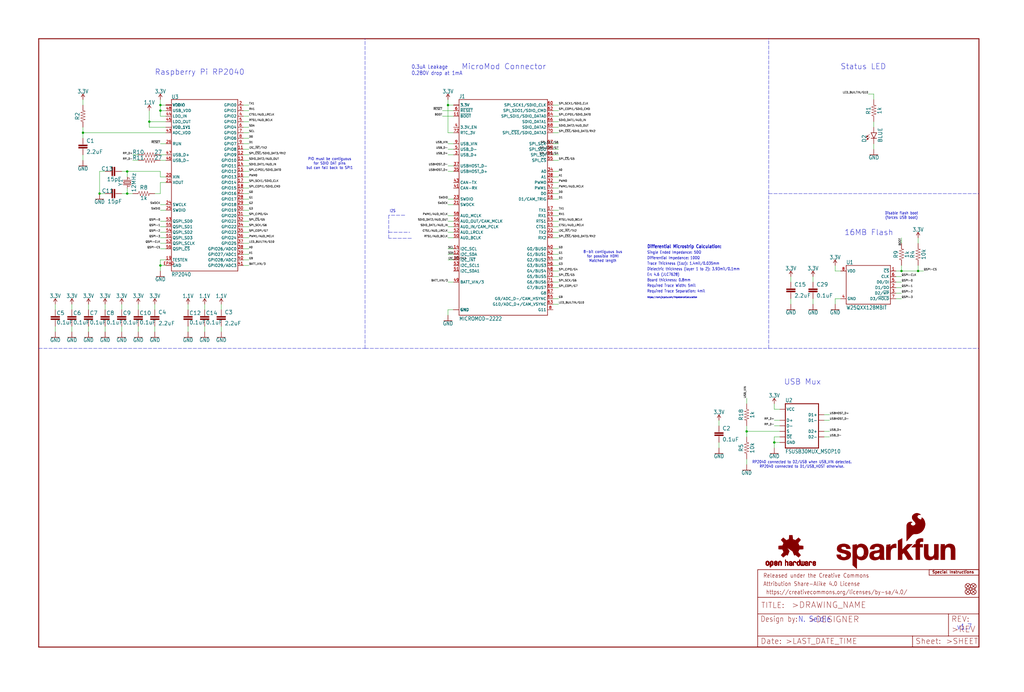
<source format=kicad_sch>
(kicad_sch (version 20211123) (generator eeschema)
  (paper "User" 470.306 317.906)
  (lib_symbols
    (symbol "eagleSchem-eagle-import:0.1UF-0402T-6.3V-10%-X7R"
      (property "Reference" "C" (at 1.524 2.921 0))
      (property "Value" "0.1UF-0402T-6.3V-10%-X7R" (at 1.524 -2.159 0))
      (symbol "0.1UF-0402T-6.3V-10%-X7R_1_0"
        (pin passive line (at 0 5.08 270) (length 2.54) (name "1") (number "1"))
        (pin passive line (at 0 -2.54 90) (length 2.54) (name "2") (number "2"))
      )
    )
    (symbol "eagleSchem-eagle-import:1.1V" (power)
      (property "Value" "1.1V" (at 0 2.794 0))
      (symbol "1.1V_1_0"
        (pin power_in line (at 0 0 90) (length 2.54) (name "1.1V") (number "1"))
      )
    )
    (symbol "eagleSchem-eagle-import:10KOHM-0402T-1{slash}16W-1%"
      (property "Reference" "R" (at 0 1.524 0))
      (property "Value" "10KOHM-0402T-1{slash}16W-1%" (at 0 -1.524 0))
      (symbol "10KOHM-0402T-1{slash}16W-1%_1_0"
        (pin passive line (at -5.08 0 0) (length 2.54) (name "1") (number "1"))
        (pin passive line (at 5.08 0 180) (length 2.54) (name "2") (number "2"))
      )
    )
    (symbol "eagleSchem-eagle-import:15PF-0402T-50V-5%"
      (property "Reference" "C" (at 1.524 2.921 0))
      (property "Value" "15PF-0402T-50V-5%" (at 1.524 -2.159 0))
      (symbol "15PF-0402T-50V-5%_1_0"
        (pin passive line (at 0 5.08 270) (length 2.54) (name "1") (number "1"))
        (pin passive line (at 0 -2.54 90) (length 2.54) (name "2") (number "2"))
      )
    )
    (symbol "eagleSchem-eagle-import:1KOHM-0402T-1{slash}16W-1%"
      (property "Reference" "R" (at 0 1.524 0))
      (property "Value" "1KOHM-0402T-1{slash}16W-1%" (at 0 -1.524 0))
      (symbol "1KOHM-0402T-1{slash}16W-1%_1_0"
        (pin passive line (at -5.08 0 0) (length 2.54) (name "1") (number "1"))
        (pin passive line (at 5.08 0 180) (length 2.54) (name "2") (number "2"))
      )
    )
    (symbol "eagleSchem-eagle-import:2.2UF-0402_TIGHT-10V-10%-X5R"
      (property "Reference" "C" (at 1.524 2.921 0))
      (property "Value" "2.2UF-0402_TIGHT-10V-10%-X5R" (at 1.524 -2.159 0))
      (symbol "2.2UF-0402_TIGHT-10V-10%-X5R_1_0"
        (pin passive line (at 0 5.08 270) (length 2.54) (name "1") (number "1"))
        (pin passive line (at 0 -2.54 90) (length 2.54) (name "2") (number "2"))
      )
    )
    (symbol "eagleSchem-eagle-import:200OHM-0402T-1{slash}16W-1%"
      (property "Reference" "R" (at 0 1.524 0))
      (property "Value" "200OHM-0402T-1{slash}16W-1%" (at 0 -1.524 0))
      (symbol "200OHM-0402T-1{slash}16W-1%_1_0"
        (pin passive line (at -5.08 0 0) (length 2.54) (name "1") (number "1"))
        (pin passive line (at 5.08 0 180) (length 2.54) (name "2") (number "2"))
      )
    )
    (symbol "eagleSchem-eagle-import:27OHM"
      (property "Reference" "R" (at 0 1.524 0))
      (property "Value" "27OHM" (at 0 -1.524 0))
      (symbol "27OHM_1_0"
        (pin passive line (at -5.08 0 0) (length 2.54) (name "1") (number "1"))
        (pin passive line (at 5.08 0 180) (length 2.54) (name "2") (number "2"))
      )
    )
    (symbol "eagleSchem-eagle-import:3.3V" (power)
      (property "Value" "3.3V" (at 0 2.794 0))
      (symbol "3.3V_1_0"
        (pin power_in line (at 0 0 90) (length 2.54) (name "3.3V") (number "1"))
      )
    )
    (symbol "eagleSchem-eagle-import:CRYSTAL-12MHZ"
      (property "Reference" "Y" (at 0 2.032 0))
      (property "Value" "CRYSTAL-12MHZ" (at 0 -2.032 0))
      (symbol "CRYSTAL-12MHZ_1_0"
        (text "1" (at -2.159 -1.143 0) (effects (font (size 0.8636 0.734)) (justify left bottom)))
        (text "2" (at 1.524 -1.143 0) (effects (font (size 0.8636 0.734)) (justify left bottom)))
        (pin passive line (at -2.54 0 0) (length 0) (name "1") (number "P1"))
        (pin passive line (at 2.54 0 180) (length 0) (name "2") (number "P3"))
      )
    )
    (symbol "eagleSchem-eagle-import:FIDUCIALUFIDUCIAL")
    (symbol "eagleSchem-eagle-import:FRAME-LEDGER"
      (symbol "FRAME-LEDGER_2_0"
        (text " https://creativecommons.org/licenses/by-sa/4.0/" (at 2.54 24.13 0) (effects (font (size 1.9304 1.6408)) (justify left bottom)))
        (text ">DESIGNER" (at 23.114 11.176 0) (effects (font (size 2.7432 2.7432)) (justify left bottom)))
        (text ">DRAWING_NAME" (at 15.494 17.78 0) (effects (font (size 2.7432 2.7432)) (justify left bottom)))
        (text ">LAST_DATE_TIME" (at 12.7 1.27 0) (effects (font (size 2.54 2.54)) (justify left bottom)))
        (text ">REV" (at 88.9 6.604 0) (effects (font (size 2.7432 2.7432)) (justify left bottom)))
        (text ">SHEET" (at 86.36 1.27 0) (effects (font (size 2.54 2.54)) (justify left bottom)))
        (text "Attribution Share-Alike 4.0 License" (at 2.54 27.94 0) (effects (font (size 1.9304 1.6408)) (justify left bottom)))
        (text "Date:" (at 1.27 1.27 0) (effects (font (size 2.54 2.54)) (justify left bottom)))
        (text "Design by:" (at 1.27 11.43 0) (effects (font (size 2.54 2.159)) (justify left bottom)))
        (text "Released under the Creative Commons" (at 2.54 31.75 0) (effects (font (size 1.9304 1.6408)) (justify left bottom)))
        (text "REV:" (at 88.9 11.43 0) (effects (font (size 2.54 2.54)) (justify left bottom)))
        (text "Sheet:" (at 72.39 1.27 0) (effects (font (size 2.54 2.54)) (justify left bottom)))
        (text "TITLE:" (at 1.524 17.78 0) (effects (font (size 2.54 2.54)) (justify left bottom)))
      )
    )
    (symbol "eagleSchem-eagle-import:FSUSB30MUX_MSOP10"
      (property "Reference" "U" (at -7.62 10.795 0))
      (property "Value" "FSUSB30MUX_MSOP10" (at -7.62 -12.7 0))
      (symbol "FSUSB30MUX_MSOP10_1_0"
        (pin bidirectional line (at -10.16 -2.54 0) (length 2.54) (name "S") (number "1"))
        (pin bidirectional line (at -10.16 7.62 0) (length 2.54) (name "VCC") (number "10"))
        (pin bidirectional line (at 10.16 5.08 180) (length 2.54) (name "D1+") (number "2"))
        (pin bidirectional line (at 10.16 -2.54 180) (length 2.54) (name "D2+") (number "3"))
        (pin bidirectional line (at -10.16 2.54 0) (length 2.54) (name "D+") (number "4"))
        (pin bidirectional line (at -10.16 -7.62 0) (length 2.54) (name "GND") (number "5"))
        (pin bidirectional line (at -10.16 0 0) (length 2.54) (name "D-") (number "6"))
        (pin bidirectional line (at 10.16 -5.08 180) (length 2.54) (name "D2-") (number "7"))
        (pin bidirectional line (at 10.16 2.54 180) (length 2.54) (name "D1-") (number "8"))
        (pin bidirectional line (at -10.16 -5.08 0) (length 2.54) (name "~{OE}") (number "9"))
      )
    )
    (symbol "eagleSchem-eagle-import:GND" (power)
      (property "Value" "GND" (at 0 -0.254 0))
      (symbol "GND_1_0"
        (pin power_in line (at 0 2.54 270) (length 2.54) (name "GND") (number "1"))
      )
    )
    (symbol "eagleSchem-eagle-import:LED-BLUE0603"
      (property "Reference" "D" (at -3.429 -4.572 90))
      (property "Value" "LED-BLUE0603" (at 1.905 -4.572 90))
      (symbol "LED-BLUE0603_1_0"
        (pin passive line (at 0 2.54 270) (length 2.54) (name "A") (number "A"))
        (pin passive line (at 0 -5.08 90) (length 2.54) (name "C") (number "C"))
      )
    )
    (symbol "eagleSchem-eagle-import:MICROMOD-2222"
      (property "Reference" "J" (at -20.32 53.848 0))
      (property "Value" "MICROMOD-2222" (at -20.32 -48.26 0))
      (symbol "MICROMOD-2222_1_0"
        (pin bidirectional line (at -22.86 -43.18 0) (length 2.54) (name "GND") (number "1"))
        (pin bidirectional line (at 22.86 10.16 180) (length 2.54) (name "D0") (number "10"))
        (pin bidirectional line (at -22.86 45.72 0) (length 2.54) (name "~{BOOT}") (number "11"))
        (pin bidirectional line (at -22.86 -17.78 0) (length 2.54) (name "I2C_SDA") (number "12"))
        (pin bidirectional line (at 22.86 -2.54 180) (length 2.54) (name "RTS1") (number "13"))
        (pin bidirectional line (at -22.86 -15.24 0) (length 2.54) (name "I2C_SCL") (number "14"))
        (pin bidirectional line (at 22.86 -5.08 180) (length 2.54) (name "CTS1") (number "15"))
        (pin bidirectional line (at -22.86 -20.32 0) (length 2.54) (name "I2C_~{INT}") (number "16"))
        (pin bidirectional line (at 22.86 2.54 180) (length 2.54) (name "TX1") (number "17"))
        (pin bidirectional line (at 22.86 7.62 180) (length 2.54) (name "D1/CAM_TRIG") (number "18"))
        (pin bidirectional line (at 22.86 0 180) (length 2.54) (name "RX1") (number "19"))
        (pin bidirectional line (at -22.86 50.8 0) (length 2.54) (name "3.3V") (number "2"))
        (pin bidirectional line (at 22.86 -10.16 180) (length 2.54) (name "RX2") (number "20"))
        (pin bidirectional line (at -22.86 5.08 0) (length 2.54) (name "SWDCK") (number "21"))
        (pin bidirectional line (at 22.86 -7.62 180) (length 2.54) (name "TX2") (number "22"))
        (pin bidirectional line (at -22.86 7.62 0) (length 2.54) (name "SWDIO") (number "23"))
        (pin bidirectional line (at -22.86 27.94 0) (length 2.54) (name "USB_D+") (number "3"))
        (pin bidirectional line (at 22.86 15.24 180) (length 2.54) (name "PWM0") (number "32"))
        (pin bidirectional line (at -22.86 -43.18 0) (length 2.54) (name "GND") (number "33"))
        (pin bidirectional line (at 22.86 20.32 180) (length 2.54) (name "A0") (number "34"))
        (pin bidirectional line (at -22.86 20.32 0) (length 2.54) (name "USBHOST_D+") (number "35"))
        (pin bidirectional line (at -22.86 -43.18 0) (length 2.54) (name "GND") (number "36"))
        (pin bidirectional line (at -22.86 22.86 0) (length 2.54) (name "USBHOST_D-") (number "37"))
        (pin bidirectional line (at 22.86 17.78 180) (length 2.54) (name "A1") (number "38"))
        (pin bidirectional line (at -22.86 -43.18 0) (length 2.54) (name "GND") (number "39"))
        (pin bidirectional line (at -22.86 40.64 0) (length 2.54) (name "3.3V_EN") (number "4"))
        (pin bidirectional line (at 22.86 -15.24 180) (length 2.54) (name "G0/BUS0") (number "40"))
        (pin bidirectional line (at -22.86 12.7 0) (length 2.54) (name "CAN-RX") (number "41"))
        (pin bidirectional line (at 22.86 -17.78 180) (length 2.54) (name "G1/BUS1") (number "42"))
        (pin bidirectional line (at -22.86 15.24 0) (length 2.54) (name "CAN-TX") (number "43"))
        (pin bidirectional line (at 22.86 -20.32 180) (length 2.54) (name "G2/BUS2") (number "44"))
        (pin bidirectional line (at -22.86 -43.18 0) (length 2.54) (name "GND") (number "45"))
        (pin bidirectional line (at 22.86 -22.86 180) (length 2.54) (name "G3/BUS3") (number "46"))
        (pin bidirectional line (at 22.86 12.7 180) (length 2.54) (name "PWM1") (number "47"))
        (pin bidirectional line (at 22.86 -25.4 180) (length 2.54) (name "G4/BUS4") (number "48"))
        (pin bidirectional line (at -22.86 -30.48 0) (length 2.54) (name "BATT_VIN/3") (number "49"))
        (pin bidirectional line (at -22.86 30.48 0) (length 2.54) (name "USB_D-") (number "5"))
        (pin bidirectional line (at -22.86 -10.16 0) (length 2.54) (name "AUD_BCLK") (number "50"))
        (pin bidirectional line (at -22.86 -25.4 0) (length 2.54) (name "I2C_SDA1") (number "51"))
        (pin bidirectional line (at -22.86 -7.62 0) (length 2.54) (name "AUD_LRCLK") (number "52"))
        (pin bidirectional line (at -22.86 -22.86 0) (length 2.54) (name "I2C_SCL1") (number "53"))
        (pin bidirectional line (at -22.86 -5.08 0) (length 2.54) (name "AUD_IN/CAM_PCLK") (number "54"))
        (pin bidirectional line (at 22.86 25.4 180) (length 2.54) (name "SPI_~{CS}") (number "55"))
        (pin bidirectional line (at -22.86 -2.54 0) (length 2.54) (name "AUD_OUT/CAM_MCLK") (number "56"))
        (pin bidirectional line (at 22.86 33.02 180) (length 2.54) (name "SPI_SCK") (number "57"))
        (pin bidirectional line (at -22.86 0 0) (length 2.54) (name "AUD_MCLK") (number "58"))
        (pin bidirectional line (at 22.86 30.48 180) (length 2.54) (name "SPI_SDO") (number "59"))
        (pin bidirectional line (at -22.86 48.26 0) (length 2.54) (name "~{RESET}") (number "6"))
        (pin bidirectional line (at 22.86 50.8 180) (length 2.54) (name "SPI_SCK1/SDIO_CLK") (number "60"))
        (pin bidirectional line (at 22.86 27.94 180) (length 2.54) (name "SPI_SDI") (number "61"))
        (pin bidirectional line (at 22.86 48.26 180) (length 2.54) (name "SPI_SDO1/SDIO_CMD") (number "62"))
        (pin bidirectional line (at 22.86 -40.64 180) (length 2.54) (name "G10/ADC_D+/CAM_VSYNC") (number "63"))
        (pin bidirectional line (at 22.86 45.72 180) (length 2.54) (name "SPI_SDI1/SDIO_DATA0") (number "64"))
        (pin bidirectional line (at 22.86 -38.1 180) (length 2.54) (name "G9/ADC_D-/CAM_HSYNC") (number "65"))
        (pin bidirectional line (at 22.86 43.18 180) (length 2.54) (name "SDIO_DATA1") (number "66"))
        (pin bidirectional line (at 22.86 -35.56 180) (length 2.54) (name "G8") (number "67"))
        (pin bidirectional line (at 22.86 40.64 180) (length 2.54) (name "SDIO_DATA2") (number "68"))
        (pin bidirectional line (at 22.86 -33.02 180) (length 2.54) (name "G7/BUS7") (number "69"))
        (pin bidirectional line (at -22.86 -43.18 0) (length 2.54) (name "GND") (number "7"))
        (pin bidirectional line (at 22.86 38.1 180) (length 2.54) (name "SPI_~{CS1}/SDIO_DATA3") (number "70"))
        (pin bidirectional line (at 22.86 -30.48 180) (length 2.54) (name "G6/BUS6") (number "71"))
        (pin bidirectional line (at -22.86 38.1 0) (length 2.54) (name "RTC_3V") (number "72"))
        (pin bidirectional line (at 22.86 -27.94 180) (length 2.54) (name "G5/BUS5") (number "73"))
        (pin bidirectional line (at -22.86 50.8 0) (length 2.54) (name "3.3V") (number "74"))
        (pin bidirectional line (at -22.86 -43.18 0) (length 2.54) (name "GND") (number "75"))
        (pin bidirectional line (at 22.86 -43.18 180) (length 2.54) (name "G11") (number "8"))
        (pin bidirectional line (at -22.86 33.02 0) (length 2.54) (name "USB_VIN") (number "9"))
        (pin bidirectional line (at -22.86 -43.18 0) (length 2.54) (name "GND") (number "GND1"))
        (pin bidirectional line (at -22.86 -43.18 0) (length 2.54) (name "GND") (number "GND2"))
        (pin bidirectional line (at -22.86 -43.18 0) (length 2.54) (name "GND") (number "GND3"))
      )
    )
    (symbol "eagleSchem-eagle-import:OSHW-LOGOMINI")
    (symbol "eagleSchem-eagle-import:RP2040"
      (property "Reference" "U" (at -15.24 38.354 0))
      (property "Value" "RP2040" (at -15.24 -43.18 0))
      (symbol "RP2040_1_0"
        (pin bidirectional line (at -17.78 35.56 0) (length 2.54) (name "VDDIO") (number "1"))
        (pin bidirectional line (at -17.78 35.56 0) (length 2.54) (name "VDDIO") (number "10"))
        (pin bidirectional line (at 17.78 15.24 180) (length 2.54) (name "GPIO8") (number "11"))
        (pin bidirectional line (at 17.78 12.7 180) (length 2.54) (name "GPIO9") (number "12"))
        (pin bidirectional line (at 17.78 10.16 180) (length 2.54) (name "GPIO10") (number "13"))
        (pin bidirectional line (at 17.78 7.62 180) (length 2.54) (name "GPIO11") (number "14"))
        (pin bidirectional line (at 17.78 5.08 180) (length 2.54) (name "GPIO12") (number "15"))
        (pin bidirectional line (at 17.78 2.54 180) (length 2.54) (name "GPIO13") (number "16"))
        (pin bidirectional line (at 17.78 0 180) (length 2.54) (name "GPIO14") (number "17"))
        (pin bidirectional line (at 17.78 -2.54 180) (length 2.54) (name "GPIO15") (number "18"))
        (pin bidirectional line (at -17.78 -35.56 0) (length 2.54) (name "TESTEN") (number "19"))
        (pin bidirectional line (at 17.78 35.56 180) (length 2.54) (name "GPIO0") (number "2"))
        (pin bidirectional line (at -17.78 2.54 0) (length 2.54) (name "XIN") (number "20"))
        (pin bidirectional line (at -17.78 0 0) (length 2.54) (name "XOUT") (number "21"))
        (pin bidirectional line (at -17.78 35.56 0) (length 2.54) (name "VDDIO") (number "22"))
        (pin bidirectional line (at -17.78 25.4 0) (length 2.54) (name "VDD_1V1") (number "23"))
        (pin bidirectional line (at -17.78 -10.16 0) (length 2.54) (name "SWCLK") (number "24"))
        (pin bidirectional line (at -17.78 -12.7 0) (length 2.54) (name "SWDIO") (number "25"))
        (pin bidirectional line (at -17.78 17.78 0) (length 2.54) (name "RUN") (number "26"))
        (pin bidirectional line (at 17.78 -5.08 180) (length 2.54) (name "GPIO16") (number "27"))
        (pin bidirectional line (at 17.78 -7.62 180) (length 2.54) (name "GPIO17") (number "28"))
        (pin bidirectional line (at 17.78 -10.16 180) (length 2.54) (name "GPIO18") (number "29"))
        (pin bidirectional line (at 17.78 33.02 180) (length 2.54) (name "GPIO1") (number "3"))
        (pin bidirectional line (at 17.78 -12.7 180) (length 2.54) (name "GPIO19") (number "30"))
        (pin bidirectional line (at 17.78 -15.24 180) (length 2.54) (name "GPIO20") (number "31"))
        (pin bidirectional line (at 17.78 -17.78 180) (length 2.54) (name "GPIO21") (number "32"))
        (pin bidirectional line (at -17.78 35.56 0) (length 2.54) (name "VDDIO") (number "33"))
        (pin bidirectional line (at 17.78 -20.32 180) (length 2.54) (name "GPIO22") (number "34"))
        (pin bidirectional line (at 17.78 -22.86 180) (length 2.54) (name "GPIO23") (number "35"))
        (pin bidirectional line (at 17.78 -25.4 180) (length 2.54) (name "GPIO24") (number "36"))
        (pin bidirectional line (at 17.78 -27.94 180) (length 2.54) (name "GPIO25") (number "37"))
        (pin bidirectional line (at 17.78 -30.48 180) (length 2.54) (name "GPIO26/ADC0") (number "38"))
        (pin bidirectional line (at 17.78 -33.02 180) (length 2.54) (name "GPIO27/ADC1") (number "39"))
        (pin bidirectional line (at 17.78 30.48 180) (length 2.54) (name "GPIO2") (number "4"))
        (pin bidirectional line (at 17.78 -35.56 180) (length 2.54) (name "GPIO28/ADC2") (number "40"))
        (pin bidirectional line (at 17.78 -38.1 180) (length 2.54) (name "GPIO29/ADC3") (number "41"))
        (pin bidirectional line (at -17.78 35.56 0) (length 2.54) (name "VDDIO") (number "42"))
        (pin bidirectional line (at -17.78 22.86 0) (length 2.54) (name "ADC_VDD") (number "43"))
        (pin bidirectional line (at -17.78 30.48 0) (length 2.54) (name "LDO_IN") (number "44"))
        (pin bidirectional line (at -17.78 27.94 0) (length 2.54) (name "LDO_OUT") (number "45"))
        (pin bidirectional line (at -17.78 10.16 0) (length 2.54) (name "USB_D-") (number "46"))
        (pin bidirectional line (at -17.78 12.7 0) (length 2.54) (name "USB_D+") (number "47"))
        (pin bidirectional line (at -17.78 33.02 0) (length 2.54) (name "USB_VDD") (number "48"))
        (pin bidirectional line (at -17.78 35.56 0) (length 2.54) (name "VDDIO") (number "49"))
        (pin bidirectional line (at 17.78 27.94 180) (length 2.54) (name "GPIO3") (number "5"))
        (pin bidirectional line (at -17.78 25.4 0) (length 2.54) (name "VDD_1V1") (number "50"))
        (pin bidirectional line (at -17.78 -25.4 0) (length 2.54) (name "QSPI_SD3") (number "51"))
        (pin bidirectional line (at -17.78 -27.94 0) (length 2.54) (name "QSPI_SCLK") (number "52"))
        (pin bidirectional line (at -17.78 -17.78 0) (length 2.54) (name "QSPI_SD0") (number "53"))
        (pin bidirectional line (at -17.78 -22.86 0) (length 2.54) (name "QSPI_SD2") (number "54"))
        (pin bidirectional line (at -17.78 -20.32 0) (length 2.54) (name "QSPI_SD1") (number "55"))
        (pin bidirectional line (at -17.78 -30.48 0) (length 2.54) (name "QSPI_~{CS}") (number "56"))
        (pin bidirectional line (at 17.78 25.4 180) (length 2.54) (name "GPIO4") (number "6"))
        (pin bidirectional line (at 17.78 22.86 180) (length 2.54) (name "GPIO5") (number "7"))
        (pin bidirectional line (at 17.78 20.32 180) (length 2.54) (name "GPIO6") (number "8"))
        (pin bidirectional line (at 17.78 17.78 180) (length 2.54) (name "GPIO7") (number "9"))
        (pin bidirectional line (at -17.78 -38.1 0) (length 2.54) (name "GND") (number "EPAD"))
      )
    )
    (symbol "eagleSchem-eagle-import:SFE_LOGO_FLAME.1_INCH")
    (symbol "eagleSchem-eagle-import:SFE_LOGO_NAME_FLAME.1_INCH")
    (symbol "eagleSchem-eagle-import:SPECIAL_INSTRUCTIONS-ORDERING"
      (symbol "SPECIAL_INSTRUCTIONS-ORDERING_1_0"
        (text "Special Instructions" (at 1.27 0.6985 0) (effects (font (size 1.27 1.27) (thickness 0.254) bold) (justify left bottom)))
      )
    )
    (symbol "eagleSchem-eagle-import:W25QXX128MBIT-6X5-SKINNY_CENTER"
      (property "Reference" "U" (at -10.16 8.128 0))
      (property "Value" "W25QXX128MBIT-6X5-SKINNY_CENTER" (at -10.16 -12.7 0))
      (symbol "W25QXX128MBIT-6X5-SKINNY_CENTER_1_0"
        (pin bidirectional line (at 12.7 5.08 180) (length 2.54) (name "~{CS}") (number "1"))
        (pin bidirectional line (at 12.7 -2.54 180) (length 2.54) (name "D1/DO") (number "2"))
        (pin bidirectional line (at 12.7 -5.08 180) (length 2.54) (name "D2/~{WP}") (number "3"))
        (pin bidirectional line (at -12.7 -7.62 0) (length 2.54) (name "GND") (number "4"))
        (pin bidirectional line (at 12.7 0 180) (length 2.54) (name "D0/DI") (number "5"))
        (pin bidirectional line (at 12.7 2.54 180) (length 2.54) (name "CLK") (number "6"))
        (pin bidirectional line (at 12.7 -7.62 180) (length 2.54) (name "D3/~{HOLD}") (number "7"))
        (pin bidirectional line (at -12.7 5.08 0) (length 2.54) (name "VDD") (number "8"))
      )
    )
  )
  (junction (at 38.1 60.96))
  (junction (at 73.66 48.26))
  (junction (at 45.72 88.9))
  (junction (at 58.42 78.74))
  (junction (at 73.66 121.92))
  (junction (at 205.74 48.26))
  (junction (at 73.66 50.8))
  (junction (at 414.02 124.46))
  (junction (at 355.6 203.2))
  (junction (at 58.42 88.9))
  (junction (at 68.58 55.88))
  (junction (at 421.64 124.46))
  (junction (at 342.9 198.12))
  (wire (pts (xy 58.42 88.9) (xy 55.88 88.9)))
  (wire (pts (xy 373.38 139.7) (xy 373.38 137.16)))
  (wire (pts (xy 111.76 50.8) (xy 114.3 50.8)))
  (wire (pts (xy 254 132.08) (xy 256.54 132.08)))
  (wire (pts (xy 208.28 66.04) (xy 205.74 66.04)))
  (wire (pts (xy 63.5 139.7) (xy 63.5 142.24)))
  (wire (pts (xy 208.28 60.96) (xy 205.74 60.96)))
  (polyline (pts (xy 188.976 109.474) (xy 178.562 109.474)))
  (wire (pts (xy 208.28 93.98) (xy 205.74 93.98)))
  (wire (pts (xy 111.76 76.2) (xy 114.3 76.2)))
  (wire (pts (xy 111.76 96.52) (xy 114.3 96.52)))
  (wire (pts (xy 208.28 71.12) (xy 205.74 71.12)))
  (wire (pts (xy 38.1 73.66) (xy 38.1 71.12)))
  (wire (pts (xy 38.1 60.96) (xy 38.1 63.5)))
  (wire (pts (xy 73.66 48.26) (xy 73.66 45.72)))
  (wire (pts (xy 73.66 48.26) (xy 73.66 50.8)))
  (wire (pts (xy 411.48 134.62) (xy 414.02 134.62)))
  (wire (pts (xy 76.2 71.12) (xy 73.66 71.12)))
  (wire (pts (xy 401.32 43.18) (xy 398.78 43.18)))
  (wire (pts (xy 73.66 83.82) (xy 73.66 88.9)))
  (wire (pts (xy 208.28 68.58) (xy 205.74 68.58)))
  (wire (pts (xy 378.46 198.12) (xy 381 198.12)))
  (wire (pts (xy 111.76 93.98) (xy 114.3 93.98)))
  (wire (pts (xy 58.42 81.28) (xy 58.42 78.74)))
  (wire (pts (xy 76.2 109.22) (xy 73.66 109.22)))
  (polyline (pts (xy 178.562 106.68) (xy 188.214 106.68)))
  (wire (pts (xy 208.28 99.06) (xy 205.74 99.06)))
  (wire (pts (xy 386.08 137.16) (xy 383.54 137.16)))
  (wire (pts (xy 68.58 55.88) (xy 68.58 50.8)))
  (wire (pts (xy 254 88.9) (xy 256.54 88.9)))
  (wire (pts (xy 93.98 139.7) (xy 93.98 142.24)))
  (wire (pts (xy 254 68.58) (xy 256.54 68.58)))
  (wire (pts (xy 101.6 152.4) (xy 101.6 149.86)))
  (wire (pts (xy 111.76 119.38) (xy 114.3 119.38)))
  (wire (pts (xy 386.08 124.46) (xy 383.54 124.46)))
  (wire (pts (xy 208.28 78.74) (xy 205.74 78.74)))
  (wire (pts (xy 76.2 96.52) (xy 73.66 96.52)))
  (wire (pts (xy 76.2 58.42) (xy 68.58 58.42)))
  (wire (pts (xy 76.2 83.82) (xy 73.66 83.82)))
  (wire (pts (xy 76.2 104.14) (xy 73.66 104.14)))
  (wire (pts (xy 38.1 45.72) (xy 38.1 48.26)))
  (wire (pts (xy 411.48 124.46) (xy 414.02 124.46)))
  (wire (pts (xy 76.2 50.8) (xy 73.66 50.8)))
  (wire (pts (xy 342.9 185.42) (xy 342.9 182.88)))
  (polyline (pts (xy 178.562 109.474) (xy 178.562 106.68)))
  (wire (pts (xy 111.76 73.66) (xy 114.3 73.66)))
  (wire (pts (xy 414.02 111.76) (xy 414.02 109.22)))
  (wire (pts (xy 205.74 60.96) (xy 205.74 48.26)))
  (wire (pts (xy 355.6 200.66) (xy 355.6 203.2)))
  (wire (pts (xy 111.76 60.96) (xy 114.3 60.96)))
  (wire (pts (xy 111.76 68.58) (xy 114.3 68.58)))
  (wire (pts (xy 33.02 149.86) (xy 33.02 152.4)))
  (wire (pts (xy 254 55.88) (xy 256.54 55.88)))
  (wire (pts (xy 101.6 139.7) (xy 101.6 142.24)))
  (polyline (pts (xy 353.06 88.9) (xy 353.06 17.78)))
  (wire (pts (xy 254 114.3) (xy 256.54 114.3)))
  (wire (pts (xy 254 60.96) (xy 256.54 60.96)))
  (polyline (pts (xy 185.928 98.806) (xy 178.562 98.806)))
  (wire (pts (xy 76.2 60.96) (xy 38.1 60.96)))
  (wire (pts (xy 71.12 152.4) (xy 71.12 149.86)))
  (wire (pts (xy 63.5 73.66) (xy 60.96 73.66)))
  (wire (pts (xy 55.88 149.86) (xy 55.88 152.4)))
  (wire (pts (xy 208.28 48.26) (xy 205.74 48.26)))
  (wire (pts (xy 342.9 198.12) (xy 342.9 200.66)))
  (wire (pts (xy 355.6 187.96) (xy 355.6 185.42)))
  (wire (pts (xy 111.76 121.92) (xy 114.3 121.92)))
  (wire (pts (xy 205.74 142.24) (xy 205.74 144.78)))
  (wire (pts (xy 111.76 88.9) (xy 114.3 88.9)))
  (wire (pts (xy 111.76 83.82) (xy 114.3 83.82)))
  (wire (pts (xy 378.46 200.66) (xy 381 200.66)))
  (wire (pts (xy 363.22 139.7) (xy 363.22 137.16)))
  (wire (pts (xy 254 129.54) (xy 256.54 129.54)))
  (wire (pts (xy 378.46 190.5) (xy 381 190.5)))
  (wire (pts (xy 111.76 58.42) (xy 114.3 58.42)))
  (wire (pts (xy 111.76 66.04) (xy 114.3 66.04)))
  (wire (pts (xy 111.76 106.68) (xy 114.3 106.68)))
  (wire (pts (xy 254 99.06) (xy 256.54 99.06)))
  (wire (pts (xy 254 91.44) (xy 256.54 91.44)))
  (wire (pts (xy 33.02 139.7) (xy 33.02 142.24)))
  (wire (pts (xy 76.2 55.88) (xy 68.58 55.88)))
  (wire (pts (xy 254 71.12) (xy 256.54 71.12)))
  (wire (pts (xy 111.76 86.36) (xy 114.3 86.36)))
  (wire (pts (xy 76.2 119.38) (xy 73.66 119.38)))
  (wire (pts (xy 208.28 50.8) (xy 203.2 50.8)))
  (wire (pts (xy 111.76 48.26) (xy 114.3 48.26)))
  (wire (pts (xy 38.1 60.96) (xy 38.1 58.42)))
  (polyline (pts (xy 178.562 98.806) (xy 178.562 106.68)))
  (wire (pts (xy 254 50.8) (xy 256.54 50.8)))
  (wire (pts (xy 208.28 129.54) (xy 205.74 129.54)))
  (wire (pts (xy 254 58.42) (xy 256.54 58.42)))
  (wire (pts (xy 401.32 45.72) (xy 401.32 43.18)))
  (wire (pts (xy 254 121.92) (xy 256.54 121.92)))
  (wire (pts (xy 58.42 86.36) (xy 58.42 88.9)))
  (wire (pts (xy 358.14 187.96) (xy 355.6 187.96)))
  (wire (pts (xy 342.9 213.36) (xy 342.9 210.82)))
  (wire (pts (xy 254 66.04) (xy 256.54 66.04)))
  (wire (pts (xy 411.48 129.54) (xy 414.02 129.54)))
  (wire (pts (xy 73.66 73.66) (xy 76.2 73.66)))
  (wire (pts (xy 86.36 139.7) (xy 86.36 142.24)))
  (wire (pts (xy 111.76 116.84) (xy 114.3 116.84)))
  (wire (pts (xy 63.5 149.86) (xy 63.5 152.4)))
  (wire (pts (xy 208.28 91.44) (xy 205.74 91.44)))
  (wire (pts (xy 71.12 139.7) (xy 71.12 142.24)))
  (wire (pts (xy 363.22 127) (xy 363.22 129.54)))
  (wire (pts (xy 411.48 137.16) (xy 414.02 137.16)))
  (wire (pts (xy 208.28 104.14) (xy 205.74 104.14)))
  (wire (pts (xy 76.2 121.92) (xy 73.66 121.92)))
  (wire (pts (xy 330.2 205.74) (xy 330.2 203.2)))
  (wire (pts (xy 76.2 101.6) (xy 73.66 101.6)))
  (wire (pts (xy 58.42 78.74) (xy 55.88 78.74)))
  (wire (pts (xy 111.76 71.12) (xy 114.3 71.12)))
  (wire (pts (xy 76.2 111.76) (xy 73.66 111.76)))
  (wire (pts (xy 40.64 149.86) (xy 40.64 152.4)))
  (wire (pts (xy 254 101.6) (xy 256.54 101.6)))
  (wire (pts (xy 25.4 139.7) (xy 25.4 142.24)))
  (wire (pts (xy 208.28 101.6) (xy 205.74 101.6)))
  (wire (pts (xy 208.28 142.24) (xy 205.74 142.24)))
  (wire (pts (xy 111.76 63.5) (xy 114.3 63.5)))
  (wire (pts (xy 25.4 149.86) (xy 25.4 152.4)))
  (wire (pts (xy 76.2 81.28) (xy 73.66 81.28)))
  (wire (pts (xy 358.14 195.58) (xy 355.6 195.58)))
  (wire (pts (xy 111.76 91.44) (xy 114.3 91.44)))
  (wire (pts (xy 111.76 81.28) (xy 114.3 81.28)))
  (wire (pts (xy 254 96.52) (xy 256.54 96.52)))
  (wire (pts (xy 254 73.66) (xy 256.54 73.66)))
  (wire (pts (xy 254 106.68) (xy 256.54 106.68)))
  (wire (pts (xy 254 139.7) (xy 256.54 139.7)))
  (wire (pts (xy 111.76 111.76) (xy 114.3 111.76)))
  (wire (pts (xy 111.76 101.6) (xy 114.3 101.6)))
  (wire (pts (xy 111.76 104.14) (xy 114.3 104.14)))
  (wire (pts (xy 48.26 149.86) (xy 48.26 152.4)))
  (wire (pts (xy 76.2 53.34) (xy 73.66 53.34)))
  (wire (pts (xy 378.46 193.04) (xy 381 193.04)))
  (wire (pts (xy 254 116.84) (xy 256.54 116.84)))
  (wire (pts (xy 411.48 132.08) (xy 414.02 132.08)))
  (wire (pts (xy 55.88 139.7) (xy 55.88 142.24)))
  (wire (pts (xy 208.28 106.68) (xy 205.74 106.68)))
  (wire (pts (xy 76.2 106.68) (xy 73.66 106.68)))
  (wire (pts (xy 208.28 53.34) (xy 203.2 53.34)))
  (wire (pts (xy 111.76 114.3) (xy 114.3 114.3)))
  (wire (pts (xy 421.64 124.46) (xy 424.18 124.46)))
  (wire (pts (xy 208.28 119.38) (xy 205.74 119.38)))
  (wire (pts (xy 111.76 53.34) (xy 114.3 53.34)))
  (wire (pts (xy 358.14 200.66) (xy 355.6 200.66)))
  (wire (pts (xy 76.2 66.04) (xy 73.66 66.04)))
  (wire (pts (xy 73.66 119.38) (xy 73.66 121.92)))
  (polyline (pts (xy 353.06 88.9) (xy 449.58 88.9)))
  (wire (pts (xy 93.98 149.86) (xy 93.98 152.4)))
  (wire (pts (xy 342.9 195.58) (xy 342.9 198.12)))
  (wire (pts (xy 254 127) (xy 256.54 127)))
  (wire (pts (xy 254 48.26) (xy 256.54 48.26)))
  (wire (pts (xy 401.32 68.58) (xy 401.32 66.04)))
  (wire (pts (xy 68.58 58.42) (xy 68.58 55.88)))
  (wire (pts (xy 73.66 53.34) (xy 73.66 50.8)))
  (wire (pts (xy 358.14 198.12) (xy 342.9 198.12)))
  (wire (pts (xy 76.2 48.26) (xy 73.66 48.26)))
  (polyline (pts (xy 167.64 160.02) (xy 353.06 160.02)))
  (wire (pts (xy 358.14 193.04) (xy 355.6 193.04)))
  (wire (pts (xy 254 53.34) (xy 256.54 53.34)))
  (wire (pts (xy 411.48 127) (xy 414.02 127)))
  (wire (pts (xy 111.76 55.88) (xy 114.3 55.88)))
  (wire (pts (xy 208.28 76.2) (xy 205.74 76.2)))
  (wire (pts (xy 73.66 121.92) (xy 73.66 124.46)))
  (wire (pts (xy 111.76 109.22) (xy 114.3 109.22)))
  (wire (pts (xy 254 137.16) (xy 256.54 137.16)))
  (wire (pts (xy 414.02 124.46) (xy 421.64 124.46)))
  (wire (pts (xy 254 104.14) (xy 256.54 104.14)))
  (wire (pts (xy 355.6 203.2) (xy 355.6 205.74)))
  (polyline (pts (xy 353.06 160.02) (xy 449.58 160.02)))
  (wire (pts (xy 330.2 193.04) (xy 330.2 195.58)))
  (wire (pts (xy 73.66 78.74) (xy 58.42 78.74)))
  (polyline (pts (xy 17.78 160.02) (xy 167.64 160.02)))
  (wire (pts (xy 254 86.36) (xy 256.54 86.36)))
  (wire (pts (xy 254 83.82) (xy 256.54 83.82)))
  (wire (pts (xy 76.2 114.3) (xy 73.66 114.3)))
  (polyline (pts (xy 167.64 160.02) (xy 167.64 17.78)))
  (wire (pts (xy 73.66 81.28) (xy 73.66 78.74)))
  (wire (pts (xy 254 109.22) (xy 256.54 109.22)))
  (polyline (pts (xy 353.06 160.02) (xy 353.06 88.9)))
  (wire (pts (xy 208.28 114.3) (xy 205.74 114.3)))
  (wire (pts (xy 40.64 139.7) (xy 40.64 142.24)))
  (wire (pts (xy 254 81.28) (xy 256.54 81.28)))
  (wire (pts (xy 401.32 55.88) (xy 401.32 58.42)))
  (wire (pts (xy 208.28 116.84) (xy 205.74 116.84)))
  (wire (pts (xy 254 124.46) (xy 256.54 124.46)))
  (wire (pts (xy 63.5 71.12) (xy 60.96 71.12)))
  (wire (pts (xy 48.26 139.7) (xy 48.26 142.24)))
  (wire (pts (xy 421.64 121.92) (xy 421.64 124.46)))
  (wire (pts (xy 76.2 93.98) (xy 73.66 93.98)))
  (wire (pts (xy 205.74 48.26) (xy 205.74 45.72)))
  (wire (pts (xy 45.72 78.74) (xy 45.72 88.9)))
  (wire (pts (xy 111.76 99.06) (xy 114.3 99.06)))
  (wire (pts (xy 111.76 78.74) (xy 114.3 78.74)))
  (wire (pts (xy 254 119.38) (xy 256.54 119.38)))
  (wire (pts (xy 73.66 88.9) (xy 71.12 88.9)))
  (wire (pts (xy 421.64 111.76) (xy 421.64 109.22)))
  (wire (pts (xy 86.36 149.86) (xy 86.36 152.4)))
  (wire (pts (xy 383.54 124.46) (xy 383.54 121.92)))
  (wire (pts (xy 48.26 88.9) (xy 45.72 88.9)))
  (wire (pts (xy 60.96 88.9) (xy 58.42 88.9)))
  (wire (pts (xy 373.38 127) (xy 373.38 129.54)))
  (wire (pts (xy 254 78.74) (xy 256.54 78.74)))
  (wire (pts (xy 358.14 203.2) (xy 355.6 203.2)))
  (wire (pts (xy 383.54 137.16) (xy 383.54 139.7)))
  (wire (pts (xy 208.28 109.22) (xy 205.74 109.22)))
  (wire (pts (xy 414.02 121.92) (xy 414.02 124.46)))
  (wire (pts (xy 48.26 78.74) (xy 45.72 78.74)))
  (text "N. Seidle" (at 366.522 286.004 180) (effects (font (size 2.54 2.159)) (justify left bottom)))
  (text "Differential Impedance: 100Ω" (at 297.18 119.38 180) (effects (font (size 1.27 1.0795)) (justify left bottom)))
  (text "8-bit contiguous bus\nfor possible HDMI" (at 276.86 116.84 180) (effects (font (size 1.27 1.0795))))
  (text "Differential Microstrip Calculation:" (at 297.18 114.3 180) (effects (font (size 1.524 1.2954) (thickness 0.2591) bold) (justify left bottom)))
  (text "MicroMod Connector" (at 231.394 30.734 180) (effects (font (size 2.54 2.54))))
  (text "Trace Thickness (1oz): 1.4mil/0.035mm" (at 297.18 121.92 180) (effects (font (size 1.27 1.0795)) (justify left bottom)))
  (text "16MB Flash" (at 399.034 106.934 180) (effects (font (size 2.54 2.54))))
  (text "USB Mux" (at 368.554 175.514 180) (effects (font (size 2.54 2.54))))
  (text "Raspberry Pi RP2040" (at 91.694 33.274 180) (effects (font (size 2.54 2.54))))
  (text "Required Trace Separation: 4mil" (at 297.18 134.62 180) (effects (font (size 1.27 1.0795)) (justify left bottom)))
  (text "v1.7" (at 439.42 289.56 180) (effects (font (size 2.54 2.159)) (justify left bottom)))
  (text "Matched length" (at 276.86 119.888 180) (effects (font (size 1.27 1.0795))))
  (text "PIO must be contiguous\nfor SDIO DAT pins\nbut can fall back to SPI1" (at 151.384 75.184 0) (effects (font (size 1.27 1.0795))))
  (text "Single Ended Impedance: 50Ω" (at 297.18 116.84 180) (effects (font (size 1.27 1.0795)) (justify left bottom)))
  (text "Board thickness: 0.8mm" (at 297.18 129.54 180) (effects (font (size 1.27 1.0795)) (justify left bottom)))
  (text "0.3uA Leakage\n0.280V drop at 1mA" (at 188.976 34.798 180) (effects (font (size 1.778 1.5113)) (justify left bottom)))
  (text "Dielectric thickness (layer 1 to 2): 3.93mil/0.1mm" (at 297.18 124.46 0) (effects (font (size 1.27 1.0795)) (justify left bottom)))
  (text "RP2040 connected to D2/USB when USB_VIN detected.\nRP2040 connected to D1/USB_HOST otherwise." (at 368.3 213.36 0) (effects (font (size 1.27 1.0795))))
  (text "Required Trace Width: 5mil" (at 297.18 132.08 180) (effects (font (size 1.27 1.0795)) (justify left bottom)))
  (text "I2S" (at 180.34 97.028 180) (effects (font (size 1.27 1.0795))))
  (text "https://cart.jlcpcb.com/impedanceCalculation" (at 297.18 137.16 180) (effects (font (size 0.762 0.6477)) (justify left bottom)))
  (text "Er: 4.6 (JLC7628)" (at 297.18 127 180) (effects (font (size 1.27 1.0795)) (justify left bottom)))
  (text "Disable flash boot\n(forces USB boot)" (at 414.02 99.06 180) (effects (font (size 1.27 1.0795))))
  (text "Status LED" (at 396.494 30.734 180) (effects (font (size 2.54 2.54))))
  (label "I2C_~{INT}/TX2" (at 114.3 68.58 0) (effects (font (size 0.889 0.889))))
  (label "D1" (at 114.3 66.04 0) (effects (font (size 0.889 0.889))))
  (label "SPI_CIPO/G4" (at 256.54 124.46 0) (effects (font (size 0.889 0.889))))
  (label "SPI_COPI/G7" (at 114.3 106.68 0) (effects (font (size 0.889 0.889))))
  (label "RP_D+" (at 60.96 71.12 180) (effects (font (size 0.889 0.889))))
  (label "QSPI-0" (at 73.66 101.6 180) (effects (font (size 0.889 0.889))))
  (label "TX1" (at 256.54 96.52 0) (effects (font (size 0.889 0.889))))
  (label "SDIO_DAT1/AUD_IN" (at 256.54 55.88 0) (effects (font (size 0.889 0.889))))
  (label "SPI_SCK/G6" (at 256.54 129.54 0) (effects (font (size 0.889 0.889))))
  (label "QSPI-CLK" (at 414.02 127 0) (effects (font (size 0.889 0.889))))
  (label "I2C_~{INT}/TX2" (at 256.54 106.68 0) (effects (font (size 0.889 0.889))))
  (label "SWDIO" (at 205.74 91.44 180) (effects (font (size 0.889 0.889))))
  (label "QSPI-3" (at 414.02 137.16 0) (effects (font (size 0.889 0.889))))
  (label "QSPI-2" (at 414.02 134.62 0) (effects (font (size 0.889 0.889))))
  (label "SPI_~{CS}/G5" (at 256.54 73.66 0) (effects (font (size 0.889 0.889))))
  (label "USB_D-" (at 205.74 68.58 180) (effects (font (size 0.889 0.889))))
  (label "SPI_CIPO1/SDIO_DAT0" (at 256.54 53.34 0) (effects (font (size 0.889 0.889))))
  (label "SPI_COPI1/SDIO_CMD" (at 256.54 50.8 0) (effects (font (size 0.889 0.889))))
  (label "RP_D-" (at 355.6 195.58 180) (effects (font (size 0.889 0.889))))
  (label "SDIO_DAT2/AUD_OUT" (at 205.74 101.6 180) (effects (font (size 0.889 0.889))))
  (label "RTS1/AUD_BCLK" (at 256.54 101.6 0) (effects (font (size 0.889 0.889))))
  (label "G1" (at 256.54 116.84 0) (effects (font (size 0.889 0.889))))
  (label "SDA" (at 114.3 58.42 0) (effects (font (size 0.889 0.889))))
  (label "QSPI-1" (at 414.02 132.08 0) (effects (font (size 0.889 0.889))))
  (label "QSPI-0" (at 414.02 129.54 0) (effects (font (size 0.889 0.889))))
  (label "PWM0" (at 114.3 81.28 0) (effects (font (size 0.889 0.889))))
  (label "USB_D+" (at 205.74 71.12 180) (effects (font (size 0.889 0.889))))
  (label "SWDCK" (at 73.66 93.98 180) (effects (font (size 0.889 0.889))))
  (label "SDIO_DAT1/AUD_IN" (at 205.74 104.14 180) (effects (font (size 0.889 0.889))))
  (label "RP_D-" (at 60.96 73.66 180) (effects (font (size 0.889 0.889))))
  (label "SCL" (at 205.74 114.3 0) (effects (font (size 0.889 0.889))))
  (label "BATT_VIN/3" (at 114.3 121.92 0) (effects (font (size 0.889 0.889))))
  (label "I2C_~{INT}/TX2" (at 205.74 119.38 0) (effects (font (size 0.889 0.889))))
  (label "BOOT" (at 414.02 109.22 270) (effects (font (size 0.889 0.889))))
  (label "USB_VIN" (at 342.9 182.88 90) (effects (font (size 0.889 0.889))))
  (label "LED_BUILTIN/G10" (at 114.3 111.76 0) (effects (font (size 0.889 0.889))))
  (label "LED_BUILTIN/G10" (at 256.54 139.7 0) (effects (font (size 0.889 0.889))))
  (label "SPI_SCK/G6" (at 256.54 66.04 180) (effects (font (size 0.889 0.889))))
  (label "SPI_CIPO/G4" (at 114.3 99.06 0) (effects (font (size 0.889 0.889))))
  (label "SPI_SCK1/SDIO_CLK" (at 114.3 83.82 0) (effects (font (size 0.889 0.889))))
  (label "G3" (at 256.54 121.92 0) (effects (font (size 0.889 0.889))))
  (label "A0" (at 114.3 114.3 0) (effects (font (size 0.889 0.889))))
  (label "QSPI-CS" (at 73.66 114.3 180) (effects (font (size 0.889 0.889))))
  (label "SPI_~{CS}/G5" (at 256.54 127 0) (effects (font (size 0.889 0.889))))
  (label "CTS1/AUD_LRCLK" (at 205.74 106.68 180) (effects (font (size 0.889 0.889))))
  (label "PWM1/AUD_MCLK" (at 205.74 99.06 180) (effects (font (size 0.889 0.889))))
  (label "SDIO_DAT2/AUD_OUT" (at 114.3 73.66 0) (effects (font (size 0.889 0.889))))
  (label "D1" (at 256.54 91.44 0) (effects (font (size 0.889 0.889))))
  (label "SPI_SCK/G6" (at 114.3 104.14 0) (effects (font (size 0.889 0.889))))
  (label "BOOT" (at 203.2 53.34 180) (effects (font (size 0.889 0.889))))
  (label "G0" (at 114.3 88.9 0) (effects (font (size 0.889 0.889))))
  (label "D0" (at 256.54 88.9 0) (effects (font (size 0.889 0.889))))
  (label "G9" (at 114.3 119.38 0) (effects (font (size 0.889 0.889))))
  (label "PWM1/AUD_MCLK" (at 114.3 109.22 0) (effects (font (size 0.889 0.889))))
  (label "G2" (at 256.54 119.38 0) (effects (font (size 0.889 0.889))))
  (label "USBHOST_D+" (at 381 190.5 0) (effects (font (size 0.889 0.889))))
  (label "SPI_CIPO/G4" (at 256.54 71.12 180) (effects (font (size 0.889 0.889))))
  (label "SWDCK" (at 205.74 93.98 180) (effects (font (size 0.889 0.889))))
  (label "~{RESET}" (at 73.66 66.04 180) (effects (font (size 0.889 0.889))))
  (label "A0" (at 256.54 78.74 0) (effects (font (size 0.889 0.889))))
  (label "QSPI-CLK" (at 73.66 111.76 180) (effects (font (size 0.889 0.889))))
  (label "G3" (at 114.3 96.52 0) (effects (font (size 0.889 0.889))))
  (label "USBHOST_D-" (at 205.74 76.2 180) (effects (font (size 0.889 0.889))))
  (label "A1" (at 114.3 116.84 0) (effects (font (size 0.889 0.889))))
  (label "RP_D+" (at 355.6 193.04 180) (effects (font (size 0.889 0.889))))
  (label "SPI_~{CS1}/SDIO_DAT3/RX2" (at 256.54 109.22 0) (effects (font (size 0.889 0.889))))
  (label "SPI_~{CS1}/SDIO_DAT3/RX2" (at 256.54 60.96 0) (effects (font (size 0.889 0.889))))
  (label "USB_D+" (at 381 198.12 0) (effects (font (size 0.889 0.889))))
  (label "TX1" (at 114.3 48.26 0) (effects (font (size 0.889 0.889))))
  (label "SDIO_DAT2/AUD_OUT" (at 256.54 58.42 0) (effects (font (size 0.889 0.889))))
  (label "CTS1/AUD_LRCLK" (at 256.54 104.14 0) (effects (font (size 0.889 0.889))))
  (label "QSPI-3" (at 73.66 109.22 180) (effects (font (size 0.889 0.889))))
  (label "QSPI-CS" (at 424.18 124.46 0) (effects (font (size 0.889 0.889))))
  (label "SDIO_DAT1/AUD_IN" (at 114.3 76.2 0) (effects (font (size 0.889 0.889))))
  (label "SPI_~{CS1}/SDIO_DAT3/RX2" (at 114.3 71.12 0) (effects (font (size 0.889 0.889))))
  (label "A1" (at 256.54 81.28 0) (effects (font (size 0.889 0.889))))
  (label "SPI_SCK1/SDIO_CLK" (at 256.54 48.26 0) (effects (font (size 0.889 0.889))))
  (label "CTS1/AUD_LRCLK" (at 114.3 53.34 0) (effects (font (size 0.889 0.889))))
  (label "USB_VIN" (at 205.74 66.04 180) (effects (font (size 0.889 0.889))))
  (label "USBHOST_D+" (at 205.74 78.74 180) (effects (font (size 0.889 0.889))))
  (label "SCL" (at 114.3 60.96 0) (effects (font (size 0.889 0.889))))
  (label "SPI_COPI1/SDIO_CMD" (at 114.3 86.36 0) (effects (font (size 0.889 0.889))))
  (label "PWM0" (at 256.54 83.82 0) (effects (font (size 0.889 0.889))))
  (label "PWM1/AUD_MCLK" (at 256.54 86.36 0) (effects (font (size 0.889 0.889))))
  (label "RX1" (at 114.3 50.8 0) (effects (font (size 0.889 0.889))))
  (label "QSPI-1" (at 73.66 104.14 180) (effects (font (size 0.889 0.889))))
  (label "SPI_COPI/G7" (at 256.54 132.08 0) (effects (font (size 0.889 0.889))))
  (label "RTS1/AUD_BCLK" (at 205.74 109.22 180) (effects (font (size 0.889 0.889))))
  (label "BATT_VIN/3" (at 205.74 129.54 180) (effects (font (size 0.889 0.889))))
  (label "G9" (at 256.54 137.16 0) (effects (font (size 0.889 0.889))))
  (label "D0" (at 114.3 63.5 0) (effects (font (size 0.889 0.889))))
  (label "LED_BUILTIN/G10" (at 398.78 43.18 180) (effects (font (size 0.889 0.889))))
  (label "~{RESET}" (at 203.2 50.8 180) (effects (font (size 0.889 0.889))))
  (label "SPI_CIPO1/SDIO_DAT0" (at 114.3 78.74 0) (effects (font (size 0.889 0.889))))
  (label "USB_D-" (at 381 200.66 0) (effects (font (size 0.889 0.889))))
  (label "QSPI-2" (at 73.66 106.68 180) (effects (font (size 0.889 0.889))))
  (label "SPI_~{CS}/G5" (at 114.3 101.6 0) (effects (font (size 0.889 0.889))))
  (label "RTS1/AUD_BCLK" (at 114.3 55.88 0) (effects (font (size 0.889 0.889))))
  (label "SPI_COPI/G7" (at 256.54 68.58 180) (effects (font (size 0.889 0.889))))
  (label "RX1" (at 256.54 99.06 0) (effects (font (size 0.889 0.889))))
  (label "G1" (at 114.3 91.44 0) (effects (font (size 0.889 0.889))))
  (label "SDA" (at 205.74 116.84 0) (effects (font (size 0.889 0.889))))
  (label "G2" (at 114.3 93.98 0) (effects (font (size 0.889 0.889))))
  (label "USBHOST_D-" (at 381 193.04 0) (effects (font (size 0.889 0.889))))
  (label "SWDIO" (at 73.66 96.52 180) (effects (font (size 0.889 0.889))))
  (label "G0" (at 256.54 114.3 0) (effects (font (size 0.889 0.889))))
  (symbol (lib_id "eagleSchem-eagle-import:GND") (at 48.26 154.94 0) (unit 1)
    (property "Reference" "#GND19" (effects hide))
    (property "Value" "GND" (at 48.26 155.194 0) (effects (font (size 1.778 1.5113)) (justify top)))
    (property "Footprint" "eagleSchem:" (effects hide))
  )
  (symbol (lib_id "eagleSchem-eagle-import:LED-BLUE0603") (at 401.32 60.96 0) (unit 1)
    (property "Reference" "D2" (at 397.891 65.532 90) (effects (font (size 1.778 1.778)) (justify left bottom)))
    (property "Value" "BLUE" (at 403.225 65.532 90) (effects (font (size 1.778 1.778)) (justify left top)))
    (property "Footprint" "eagleSchem:LED-0603" (effects hide))
  )
  (symbol (lib_id "eagleSchem-eagle-import:GND") (at 73.66 127 0) (unit 1)
    (property "Reference" "#GND15" (effects hide))
    (property "Value" "GND" (at 73.66 127.254 0) (effects (font (size 1.778 1.5113)) (justify top)))
    (property "Footprint" "eagleSchem:" (effects hide))
  )
  (symbol (lib_id "eagleSchem-eagle-import:GND") (at 355.6 208.28 0) (unit 1)
    (property "Reference" "#GND5" (effects hide))
    (property "Value" "GND" (at 355.6 208.534 0) (effects (font (size 1.778 1.5113)) (justify top)))
    (property "Footprint" "eagleSchem:" (effects hide))
  )
  (symbol (lib_id "eagleSchem-eagle-import:0.1UF-0402T-6.3V-10%-X7R") (at 48.26 147.32 0) (unit 1)
    (property "Reference" "C8" (at 48.768 144.78 0) (effects (font (size 1.778 1.778)) (justify left bottom)))
    (property "Value" "0.1uF" (at 48.768 149.098 0) (effects (font (size 1.778 1.778)) (justify left bottom)))
    (property "Footprint" "eagleSchem:0402-TIGHT" (effects hide))
  )
  (symbol (lib_id "eagleSchem-eagle-import:15PF-0402T-50V-5%") (at 53.34 88.9 90) (unit 1)
    (property "Reference" "C11" (at 46.736 88.646 90) (effects (font (size 1.778 1.778)) (justify right top)))
    (property "Value" "15pF" (at 49.276 91.44 90) (effects (font (size 1.778 1.778)) (justify right bottom)))
    (property "Footprint" "eagleSchem:0402-TIGHT" (effects hide))
  )
  (symbol (lib_id "eagleSchem-eagle-import:MICROMOD-2222") (at 231.14 99.06 0) (unit 1)
    (property "Reference" "J1" (at 210.82 45.212 0) (effects (font (size 1.778 1.5113)) (justify left bottom)))
    (property "Value" "MICROMOD-2222" (at 210.82 147.32 0) (effects (font (size 1.778 1.5113)) (justify left bottom)))
    (property "Footprint" "eagleSchem:M.2-CARD-E-22" (effects hide))
  )
  (symbol (lib_id "eagleSchem-eagle-import:0.1UF-0402T-6.3V-10%-X7R") (at 33.02 147.32 0) (unit 1)
    (property "Reference" "C6" (at 33.528 144.78 0) (effects (font (size 1.778 1.778)) (justify left bottom)))
    (property "Value" "0.1uF" (at 33.528 149.098 0) (effects (font (size 1.778 1.778)) (justify left bottom)))
    (property "Footprint" "eagleSchem:0402-TIGHT" (effects hide))
  )
  (symbol (lib_id "eagleSchem-eagle-import:3.3V") (at 38.1 45.72 0) (unit 1)
    (property "Reference" "#SUPPLY10" (effects hide))
    (property "Value" "3.3V" (at 38.1 42.926 0) (effects (font (size 1.778 1.5113)) (justify bottom)))
    (property "Footprint" "eagleSchem:" (effects hide))
  )
  (symbol (lib_id "eagleSchem-eagle-import:3.3V") (at 355.6 185.42 0) (unit 1)
    (property "Reference" "#SUPPLY2" (effects hide))
    (property "Value" "3.3V" (at 355.6 182.626 0) (effects (font (size 1.778 1.5113)) (justify bottom)))
    (property "Footprint" "eagleSchem:" (effects hide))
  )
  (symbol (lib_id "eagleSchem-eagle-import:3.3V") (at 205.74 45.72 0) (unit 1)
    (property "Reference" "#SUPPLY9" (effects hide))
    (property "Value" "3.3V" (at 205.74 42.926 0) (effects (font (size 1.778 1.5113)) (justify bottom)))
    (property "Footprint" "eagleSchem:" (effects hide))
  )
  (symbol (lib_id "eagleSchem-eagle-import:RP2040") (at 93.98 83.82 0) (unit 1)
    (property "Reference" "U3" (at 78.74 45.466 0) (effects (font (size 1.778 1.5113)) (justify left bottom)))
    (property "Value" "RP2040" (at 78.74 127 0) (effects (font (size 1.778 1.5113)) (justify left bottom)))
    (property "Footprint" "eagleSchem:QFN-56" (effects hide))
  )
  (symbol (lib_id "eagleSchem-eagle-import:0.1UF-0402T-6.3V-10%-X7R") (at 373.38 134.62 0) (unit 1)
    (property "Reference" "C29" (at 374.904 131.699 0) (effects (font (size 1.778 1.778)) (justify left bottom)))
    (property "Value" "0.1uF" (at 374.904 136.779 0) (effects (font (size 1.778 1.778)) (justify left bottom)))
    (property "Footprint" "eagleSchem:0402-TIGHT" (effects hide))
  )
  (symbol (lib_id "eagleSchem-eagle-import:GND") (at 86.36 154.94 0) (unit 1)
    (property "Reference" "#GND22" (effects hide))
    (property "Value" "GND" (at 86.36 155.194 0) (effects (font (size 1.778 1.5113)) (justify top)))
    (property "Footprint" "eagleSchem:" (effects hide))
  )
  (symbol (lib_id "eagleSchem-eagle-import:0.1UF-0402T-6.3V-10%-X7R") (at 63.5 147.32 0) (unit 1)
    (property "Reference" "C10" (at 64.008 144.78 0) (effects (font (size 1.778 1.778)) (justify left bottom)))
    (property "Value" "0.1uF" (at 64.008 149.098 0) (effects (font (size 1.778 1.778)) (justify left bottom)))
    (property "Footprint" "eagleSchem:0402-TIGHT" (effects hide))
  )
  (symbol (lib_id "eagleSchem-eagle-import:10KOHM-0402T-1{slash}16W-1%") (at 342.9 205.74 90) (unit 1)
    (property "Reference" "R5" (at 341.376 205.74 0) (effects (font (size 1.778 1.778)) (justify bottom)))
    (property "Value" "10k" (at 344.424 205.74 0) (effects (font (size 1.778 1.778)) (justify top)))
    (property "Footprint" "eagleSchem:0402-TIGHT" (effects hide))
  )
  (symbol (lib_id "eagleSchem-eagle-import:1.1V") (at 101.6 139.7 0) (unit 1)
    (property "Reference" "#SUPPLY19" (effects hide))
    (property "Value" "1.1V" (at 101.6 136.906 0) (effects (font (size 1.778 1.5113)) (justify bottom)))
    (property "Footprint" "eagleSchem:" (effects hide))
  )
  (symbol (lib_id "eagleSchem-eagle-import:W25QXX128MBIT-6X5-SKINNY_CENTER") (at 398.78 129.54 0) (unit 1)
    (property "Reference" "U1" (at 388.62 121.412 0) (effects (font (size 1.778 1.5113)) (justify left bottom)))
    (property "Value" "W25QXX128MBIT" (at 388.62 142.24 0) (effects (font (size 1.778 1.5113)) (justify left bottom)))
    (property "Footprint" "eagleSchem:WSON-8-6X5-SKINNY_CENTERPAD" (effects hide))
  )
  (symbol (lib_id "eagleSchem-eagle-import:27OHM") (at 68.58 73.66 0) (unit 1)
    (property "Reference" "R11" (at 63.5 73.406 0) (effects (font (size 1.778 1.778)) (justify bottom)))
    (property "Value" "27" (at 72.644 73.406 0) (effects (font (size 1.778 1.778)) (justify bottom)))
    (property "Footprint" "eagleSchem:0402-TIGHT" (effects hide))
  )
  (symbol (lib_id "eagleSchem-eagle-import:1KOHM-0402T-1{slash}16W-1%") (at 414.02 116.84 90) (unit 1)
    (property "Reference" "R9" (at 412.496 116.84 0) (effects (font (size 1.778 1.778)) (justify bottom)))
    (property "Value" "1k" (at 415.544 116.84 0) (effects (font (size 1.778 1.778)) (justify top)))
    (property "Footprint" "eagleSchem:0402-TIGHT" (effects hide))
  )
  (symbol (lib_id "eagleSchem-eagle-import:15PF-0402T-50V-5%") (at 53.34 78.74 90) (unit 1)
    (property "Reference" "C13" (at 46.482 78.486 90) (effects (font (size 1.778 1.778)) (justify right top)))
    (property "Value" "15pF" (at 49.022 81.28 90) (effects (font (size 1.778 1.778)) (justify right bottom)))
    (property "Footprint" "eagleSchem:0402-TIGHT" (effects hide))
  )
  (symbol (lib_id "eagleSchem-eagle-import:GND") (at 38.1 76.2 0) (unit 1)
    (property "Reference" "#GND4" (effects hide))
    (property "Value" "GND" (at 38.1 76.454 0) (effects (font (size 1.778 1.5113)) (justify top)))
    (property "Footprint" "eagleSchem:" (effects hide))
  )
  (symbol (lib_id "eagleSchem-eagle-import:FIDUCIALUFIDUCIAL") (at 447.04 269.24 0) (unit 1)
    (property "Reference" "FD4" (effects hide))
    (property "Value" "FIDUCIALUFIDUCIAL" (effects hide))
    (property "Footprint" "eagleSchem:FIDUCIAL-MICRO" (effects hide))
  )
  (symbol (lib_id "eagleSchem-eagle-import:3.3V") (at 383.54 121.92 0) (unit 1)
    (property "Reference" "#SUPPLY3" (effects hide))
    (property "Value" "3.3V" (at 383.54 119.126 0) (effects (font (size 1.778 1.5113)) (justify bottom)))
    (property "Footprint" "eagleSchem:" (effects hide))
  )
  (symbol (lib_id "eagleSchem-eagle-import:3.3V") (at 33.02 139.7 0) (unit 1)
    (property "Reference" "#SUPPLY12" (effects hide))
    (property "Value" "3.3V" (at 33.02 136.906 0) (effects (font (size 1.778 1.5113)) (justify bottom)))
    (property "Footprint" "eagleSchem:" (effects hide))
  )
  (symbol (lib_id "eagleSchem-eagle-import:10KOHM-0402T-1{slash}16W-1%") (at 421.64 116.84 90) (unit 1)
    (property "Reference" "R4" (at 420.116 116.84 0) (effects (font (size 1.778 1.778)) (justify bottom)))
    (property "Value" "10k" (at 423.164 116.84 0) (effects (font (size 1.778 1.778)) (justify top)))
    (property "Footprint" "eagleSchem:0402-TIGHT" (effects hide))
  )
  (symbol (lib_id "eagleSchem-eagle-import:GND") (at 342.9 215.9 0) (unit 1)
    (property "Reference" "#GND7" (effects hide))
    (property "Value" "GND" (at 342.9 216.154 0) (effects (font (size 1.778 1.5113)) (justify top)))
    (property "Footprint" "eagleSchem:" (effects hide))
  )
  (symbol (lib_id "eagleSchem-eagle-import:GND") (at 205.74 147.32 0) (unit 1)
    (property "Reference" "#GND1" (effects hide))
    (property "Value" "GND" (at 205.74 147.574 0) (effects (font (size 1.778 1.5113)) (justify top)))
    (property "Footprint" "eagleSchem:" (effects hide))
  )
  (symbol (lib_id "eagleSchem-eagle-import:GND") (at 55.88 154.94 0) (unit 1)
    (property "Reference" "#GND20" (effects hide))
    (property "Value" "GND" (at 55.88 155.194 0) (effects (font (size 1.778 1.5113)) (justify top)))
    (property "Footprint" "eagleSchem:" (effects hide))
  )
  (symbol (lib_id "eagleSchem-eagle-import:SFE_LOGO_FLAME.1_INCH") (at 416.052 248.92 0) (unit 1)
    (property "Reference" "LOGO2" (effects hide))
    (property "Value" "SFE_LOGO_FLAME.1_INCH" (effects hide))
    (property "Footprint" "eagleSchem:SFE_LOGO_FLAME_.1" (effects hide))
  )
  (symbol (lib_id "eagleSchem-eagle-import:3.3V") (at 25.4 139.7 0) (unit 1)
    (property "Reference" "#SUPPLY7" (effects hide))
    (property "Value" "3.3V" (at 25.4 136.906 0) (effects (font (size 1.778 1.5113)) (justify bottom)))
    (property "Footprint" "eagleSchem:" (effects hide))
  )
  (symbol (lib_id "eagleSchem-eagle-import:FIDUCIALUFIDUCIAL") (at 444.5 271.78 0) (unit 1)
    (property "Reference" "FD2" (effects hide))
    (property "Value" "FIDUCIALUFIDUCIAL" (effects hide))
    (property "Footprint" "eagleSchem:FIDUCIAL-MICRO" (effects hide))
  )
  (symbol (lib_id "eagleSchem-eagle-import:2.2UF-0402_TIGHT-10V-10%-X5R") (at 101.6 147.32 0) (unit 1)
    (property "Reference" "C3" (at 103.124 144.399 0) (effects (font (size 1.778 1.778)) (justify left bottom)))
    (property "Value" "2.2uF" (at 103.124 149.479 0) (effects (font (size 1.778 1.778)) (justify left bottom)))
    (property "Footprint" "eagleSchem:0402-TIGHT" (effects hide))
  )
  (symbol (lib_id "eagleSchem-eagle-import:1.1V") (at 86.36 139.7 0) (unit 1)
    (property "Reference" "#SUPPLY17" (effects hide))
    (property "Value" "1.1V" (at 86.36 136.906 0) (effects (font (size 1.778 1.5113)) (justify bottom)))
    (property "Footprint" "eagleSchem:" (effects hide))
  )
  (symbol (lib_id "eagleSchem-eagle-import:GND") (at 330.2 208.28 0) (unit 1)
    (property "Reference" "#GND6" (effects hide))
    (property "Value" "GND" (at 330.2 208.534 0) (effects (font (size 1.778 1.5113)) (justify top)))
    (property "Footprint" "eagleSchem:" (effects hide))
  )
  (symbol (lib_id "eagleSchem-eagle-import:0.1UF-0402T-6.3V-10%-X7R") (at 55.88 147.32 0) (unit 1)
    (property "Reference" "C9" (at 56.388 144.78 0) (effects (font (size 1.778 1.778)) (justify left bottom)))
    (property "Value" "0.1uF" (at 56.388 149.098 0) (effects (font (size 1.778 1.778)) (justify left bottom)))
    (property "Footprint" "eagleSchem:0402-TIGHT" (effects hide))
  )
  (symbol (lib_id "eagleSchem-eagle-import:1KOHM-0402T-1{slash}16W-1%") (at 66.04 88.9 0) (unit 1)
    (property "Reference" "R8" (at 66.04 87.122 0) (effects (font (size 1.778 1.778)) (justify bottom)))
    (property "Value" "1k" (at 66.04 91.948 0) (effects (font (size 1.778 1.778)) (justify bottom)))
    (property "Footprint" "eagleSchem:0402-TIGHT" (effects hide))
  )
  (symbol (lib_id "eagleSchem-eagle-import:2.2UF-0402_TIGHT-10V-10%-X5R") (at 71.12 147.32 0) (unit 1)
    (property "Reference" "C4" (at 72.644 144.399 0) (effects (font (size 1.778 1.778)) (justify left bottom)))
    (property "Value" "2.2uF" (at 72.644 149.479 0) (effects (font (size 1.778 1.778)) (justify left bottom)))
    (property "Footprint" "eagleSchem:0402-TIGHT" (effects hide))
  )
  (symbol (lib_id "eagleSchem-eagle-import:3.3V") (at 48.26 139.7 0) (unit 1)
    (property "Reference" "#SUPPLY14" (effects hide))
    (property "Value" "3.3V" (at 48.26 136.906 0) (effects (font (size 1.778 1.5113)) (justify bottom)))
    (property "Footprint" "eagleSchem:" (effects hide))
  )
  (symbol (lib_id "eagleSchem-eagle-import:27OHM") (at 68.58 71.12 0) (unit 1)
    (property "Reference" "R10" (at 63.5 70.866 0) (effects (font (size 1.778 1.778)) (justify bottom)))
    (property "Value" "27" (at 72.644 70.866 0) (effects (font (size 1.778 1.778)) (justify bottom)))
    (property "Footprint" "eagleSchem:0402-TIGHT" (effects hide))
  )
  (symbol (lib_id "eagleSchem-eagle-import:3.3V") (at 71.12 139.7 0) (unit 1)
    (property "Reference" "#SUPPLY18" (effects hide))
    (property "Value" "3.3V" (at 71.12 136.906 0) (effects (font (size 1.778 1.5113)) (justify bottom)))
    (property "Footprint" "eagleSchem:" (effects hide))
  )
  (symbol (lib_id "eagleSchem-eagle-import:2.2UF-0402_TIGHT-10V-10%-X5R") (at 363.22 134.62 0) (unit 1)
    (property "Reference" "C15" (at 364.744 131.699 0) (effects (font (size 1.778 1.778)) (justify left bottom)))
    (property "Value" "2.2uF" (at 364.744 136.779 0) (effects (font (size 1.778 1.778)) (justify left bottom)))
    (property "Footprint" "eagleSchem:0402-TIGHT" (effects hide))
  )
  (symbol (lib_id "eagleSchem-eagle-import:0.1UF-0402T-6.3V-10%-X7R") (at 25.4 147.32 0) (unit 1)
    (property "Reference" "C5" (at 25.908 144.78 0) (effects (font (size 1.778 1.778)) (justify left bottom)))
    (property "Value" "0.1uF" (at 25.908 149.098 0) (effects (font (size 1.778 1.778)) (justify left bottom)))
    (property "Footprint" "eagleSchem:0402-TIGHT" (effects hide))
  )
  (symbol (lib_id "eagleSchem-eagle-import:3.3V") (at 363.22 127 0) (unit 1)
    (property "Reference" "#SUPPLY20" (effects hide))
    (property "Value" "3.3V" (at 363.22 124.206 0) (effects (font (size 1.778 1.5113)) (justify bottom)))
    (property "Footprint" "eagleSchem:" (effects hide))
  )
  (symbol (lib_id "eagleSchem-eagle-import:CRYSTAL-12MHZ") (at 58.42 83.82 90) (unit 1)
    (property "Reference" "Y1" (at 56.388 83.82 0) (effects (font (size 1.778 1.778)) (justify bottom)))
    (property "Value" "12MHz" (at 60.452 83.82 0) (effects (font (size 1.778 1.778)) (justify top)))
    (property "Footprint" "eagleSchem:CRYSTAL-SMD-2X2.5MM" (effects hide))
  )
  (symbol (lib_id "eagleSchem-eagle-import:3.3V") (at 421.64 109.22 0) (unit 1)
    (property "Reference" "#SUPPLY1" (effects hide))
    (property "Value" "3.3V" (at 421.64 106.426 0) (effects (font (size 1.778 1.5113)) (justify bottom)))
    (property "Footprint" "eagleSchem:" (effects hide))
  )
  (symbol (lib_id "eagleSchem-eagle-import:3.3V") (at 55.88 139.7 0) (unit 1)
    (property "Reference" "#SUPPLY15" (effects hide))
    (property "Value" "3.3V" (at 55.88 136.906 0) (effects (font (size 1.778 1.5113)) (justify bottom)))
    (property "Footprint" "eagleSchem:" (effects hide))
  )
  (symbol (lib_id "eagleSchem-eagle-import:GND") (at 363.22 142.24 0) (unit 1)
    (property "Reference" "#GND24" (effects hide))
    (property "Value" "GND" (at 363.22 142.494 0) (effects (font (size 1.778 1.5113)) (justify top)))
    (property "Footprint" "eagleSchem:" (effects hide))
  )
  (symbol (lib_id "eagleSchem-eagle-import:GND") (at 33.02 154.94 0) (unit 1)
    (property "Reference" "#GND16" (effects hide))
    (property "Value" "GND" (at 33.02 155.194 0) (effects (font (size 1.778 1.5113)) (justify top)))
    (property "Footprint" "eagleSchem:" (effects hide))
  )
  (symbol (lib_id "eagleSchem-eagle-import:0.1UF-0402T-6.3V-10%-X7R") (at 40.64 147.32 0) (unit 1)
    (property "Reference" "C7" (at 41.148 144.78 0) (effects (font (size 1.778 1.778)) (justify left bottom)))
    (property "Value" "0.1uF" (at 41.148 149.098 0) (effects (font (size 1.778 1.778)) (justify left bottom)))
    (property "Footprint" "eagleSchem:0402-TIGHT" (effects hide))
  )
  (symbol (lib_id "eagleSchem-eagle-import:1KOHM-0402T-1{slash}16W-1%") (at 401.32 50.8 90) (unit 1)
    (property "Reference" "R1" (at 399.796 50.8 0) (effects (font (size 1.778 1.778)) (justify bottom)))
    (property "Value" "1k" (at 402.844 50.8 0) (effects (font (size 1.778 1.778)) (justify top)))
    (property "Footprint" "eagleSchem:0402-TIGHT" (effects hide))
  )
  (symbol (lib_id "eagleSchem-eagle-import:200OHM-0402T-1{slash}16W-1%") (at 38.1 53.34 90) (unit 1)
    (property "Reference" "R2" (at 36.576 53.34 0) (effects (font (size 1.778 1.778)) (justify bottom)))
    (property "Value" "200OHM-0402T-1/16W-1%" (effects hide))
    (property "Footprint" "eagleSchem:0402-TIGHT" (effects hide))
  )
  (symbol (lib_id "eagleSchem-eagle-import:0.1UF-0402T-6.3V-10%-X7R") (at 330.2 200.66 0) (unit 1)
    (property "Reference" "C2" (at 331.724 197.739 0) (effects (font (size 1.778 1.778)) (justify left bottom)))
    (property "Value" "0.1uF" (at 331.724 202.819 0) (effects (font (size 1.778 1.778)) (justify left bottom)))
    (property "Footprint" "eagleSchem:0402-TIGHT" (effects hide))
  )
  (symbol (lib_id "eagleSchem-eagle-import:FIDUCIALUFIDUCIAL") (at 447.04 271.78 0) (unit 1)
    (property "Reference" "FD1" (effects hide))
    (property "Value" "FIDUCIALUFIDUCIAL" (effects hide))
    (property "Footprint" "eagleSchem:FIDUCIAL-MICRO" (effects hide))
  )
  (symbol (lib_id "eagleSchem-eagle-import:GND") (at 45.72 91.44 0) (unit 1)
    (property "Reference" "#GND35" (effects hide))
    (property "Value" "GND" (at 45.72 91.694 0) (effects (font (size 1.778 1.5113)) (justify top)))
    (property "Footprint" "eagleSchem:" (effects hide))
  )
  (symbol (lib_id "eagleSchem-eagle-import:GND") (at 101.6 154.94 0) (unit 1)
    (property "Reference" "#GND10" (effects hide))
    (property "Value" "GND" (at 101.6 155.194 0) (effects (font (size 1.778 1.5113)) (justify top)))
    (property "Footprint" "eagleSchem:" (effects hide))
  )
  (symbol (lib_id "eagleSchem-eagle-import:SFE_LOGO_NAME_FLAME.1_INCH") (at 383.54 261.62 0) (unit 1)
    (property "Reference" "LOGO1" (effects hide))
    (property "Value" "SFE_LOGO_NAME_FLAME.1_INCH" (effects hide))
    (property "Footprint" "eagleSchem:SFE_LOGO_NAME_FLAME_.1" (effects hide))
  )
  (symbol (lib_id "eagleSchem-eagle-import:1.1V") (at 93.98 139.7 0) (unit 1)
    (property "Reference" "#SUPPLY8" (effects hide))
    (property "Value" "1.1V" (at 93.98 136.906 0) (effects (font (size 1.778 1.5113)) (justify bottom)))
    (property "Footprint" "eagleSchem:" (effects hide))
  )
  (symbol (lib_id "eagleSchem-eagle-import:GND") (at 40.64 154.94 0) (unit 1)
    (property "Reference" "#GND18" (effects hide))
    (property "Value" "GND" (at 40.64 155.194 0) (effects (font (size 1.778 1.5113)) (justify top)))
    (property "Footprint" "eagleSchem:" (effects hide))
  )
  (symbol (lib_id "eagleSchem-eagle-import:GND") (at 383.54 142.24 0) (unit 1)
    (property "Reference" "#GND17" (effects hide))
    (property "Value" "GND" (at 383.54 142.494 0) (effects (font (size 1.778 1.5113)) (justify top)))
    (property "Footprint" "eagleSchem:" (effects hide))
  )
  (symbol (lib_id "eagleSchem-eagle-import:OSHW-LOGOMINI") (at 363.22 251.46 0) (unit 1)
    (property "Reference" "LOGO3" (effects hide))
    (property "Value" "OSHW-LOGOMINI" (effects hide))
    (property "Footprint" "eagleSchem:OSHW-LOGO-MINI" (effects hide))
  )
  (symbol (lib_id "eagleSchem-eagle-import:GND") (at 71.12 154.94 0) (unit 1)
    (property "Reference" "#GND11" (effects hide))
    (property "Value" "GND" (at 71.12 155.194 0) (effects (font (size 1.778 1.5113)) (justify top)))
    (property "Footprint" "eagleSchem:" (effects hide))
  )
  (symbol (lib_id "eagleSchem-eagle-import:1.1V") (at 68.58 50.8 0) (unit 1)
    (property "Reference" "#SUPPLY4" (effects hide))
    (property "Value" "1.1V" (at 68.58 48.006 0) (effects (font (size 1.778 1.5113)) (justify bottom)))
    (property "Footprint" "eagleSchem:" (effects hide))
  )
  (symbol (lib_id "eagleSchem-eagle-import:3.3V") (at 63.5 139.7 0) (unit 1)
    (property "Reference" "#SUPPLY16" (effects hide))
    (property "Value" "3.3V" (at 63.5 136.906 0) (effects (font (size 1.778 1.5113)) (justify bottom)))
    (property "Footprint" "eagleSchem:" (effects hide))
  )
  (symbol (lib_id "eagleSchem-eagle-import:0.1UF-0402T-6.3V-10%-X7R") (at 86.36 147.32 0) (unit 1)
    (property "Reference" "C12" (at 86.868 144.78 0) (effects (font (size 1.778 1.778)) (justify left bottom)))
    (property "Value" "0.1uF" (at 86.868 149.098 0) (effects (font (size 1.778 1.778)) (justify left bottom)))
    (property "Footprint" "eagleSchem:0402-TIGHT" (effects hide))
  )
  (symbol (lib_id "eagleSchem-eagle-import:GND") (at 93.98 154.94 0) (unit 1)
    (property "Reference" "#GND23" (effects hide))
    (property "Value" "GND" (at 93.98 155.194 0) (effects (font (size 1.778 1.5113)) (justify top)))
    (property "Footprint" "eagleSchem:" (effects hide))
  )
  (symbol (lib_id "eagleSchem-eagle-import:GND") (at 25.4 154.94 0) (unit 1)
    (property "Reference" "#GND2" (effects hide))
    (property "Value" "GND" (at 25.4 155.194 0) (effects (font (size 1.778 1.5113)) (justify top)))
    (property "Footprint" "eagleSchem:" (effects hide))
  )
  (symbol (lib_id "eagleSchem-eagle-import:GND") (at 63.5 154.94 0) (unit 1)
    (property "Reference" "#GND21" (effects hide))
    (property "Value" "GND" (at 63.5 155.194 0) (effects (font (size 1.778 1.5113)) (justify top)))
    (property "Footprint" "eagleSchem:" (effects hide))
  )
  (symbol (lib_id "eagleSchem-eagle-import:3.3V") (at 73.66 45.72 0) (unit 1)
    (property "Reference" "#SUPPLY6" (effects hide))
    (property "Value" "3.3V" (at 73.66 42.926 0) (effects (font (size 1.778 1.5113)) (justify bottom)))
    (property "Footprint" "eagleSchem:" (effects hide))
  )
  (symbol (lib_id "eagleSchem-eagle-import:FRAME-LEDGER") (at 17.78 297.18 0) (unit 1)
    (property "Reference" "FRAME1" (effects hide))
    (property "Value" "FRAME-LEDGER" (effects hide))
    (property "Footprint" "eagleSchem:CREATIVE_COMMONS" (effects hide))
  )
  (symbol (lib_id "eagleSchem-eagle-import:FSUSB30MUX_MSOP10") (at 368.3 195.58 0) (unit 1)
    (property "Reference" "U2" (at 360.68 184.785 0) (effects (font (size 1.778 1.5113)) (justify left bottom)))
    (property "Value" "FSUSB30MUX_MSOP10" (at 360.68 208.28 0) (effects (font (size 1.778 1.5113)) (justify left bottom)))
    (property "Footprint" "eagleSchem:MSOP10" (effects hide))
  )
  (symbol (lib_id "eagleSchem-eagle-import:2.2UF-0402_TIGHT-10V-10%-X5R") (at 38.1 68.58 0) (unit 1)
    (property "Reference" "C1" (at 39.624 65.659 0) (effects (font (size 1.778 1.778)) (justify left bottom)))
    (property "Value" "2.2uF" (at 39.624 70.739 0) (effects (font (size 1.778 1.778)) (justify left bottom)))
    (property "Footprint" "eagleSchem:0402-TIGHT" (effects hide))
  )
  (symbol (lib_id "eagleSchem-eagle-import:3.3V") (at 373.38 127 0) (unit 1)
    (property "Reference" "#SUPPLY5" (effects hide))
    (property "Value" "3.3V" (at 373.38 124.206 0) (effects (font (size 1.778 1.5113)) (justify bottom)))
    (property "Footprint" "eagleSchem:" (effects hide))
  )
  (symbol (lib_id "eagleSchem-eagle-import:FRAME-LEDGER") (at 347.98 297.18 0) (unit 2)
    (property "Reference" "FRAME1" (effects hide))
    (property "Value" "FRAME-LEDGER" (effects hide))
    (property "Footprint" "eagleSchem:CREATIVE_COMMONS" (effects hide))
  )
  (symbol (lib_id "eagleSchem-eagle-import:3.3V") (at 330.2 193.04 0) (unit 1)
    (property "Reference" "#SUPPLY11" (effects hide))
    (property "Value" "3.3V" (at 330.2 190.246 0) (effects (font (size 1.778 1.5113)) (justify bottom)))
    (property "Footprint" "eagleSchem:" (effects hide))
  )
  (symbol (lib_id "eagleSchem-eagle-import:FIDUCIALUFIDUCIAL") (at 444.5 269.24 0) (unit 1)
    (property "Reference" "FD3" (effects hide))
    (property "Value" "FIDUCIALUFIDUCIAL" (effects hide))
    (property "Footprint" "eagleSchem:FIDUCIAL-MICRO" (effects hide))
  )
  (symbol (lib_id "eagleSchem-eagle-import:0.1UF-0402T-6.3V-10%-X7R") (at 93.98 147.32 0) (unit 1)
    (property "Reference" "C14" (at 94.488 144.78 0) (effects (font (size 1.778 1.778)) (justify left bottom)))
    (property "Value" "0.1uF" (at 94.488 149.098 0) (effects (font (size 1.778 1.778)) (justify left bottom)))
    (property "Footprint" "eagleSchem:0402-TIGHT" (effects hide))
  )
  (symbol (lib_id "eagleSchem-eagle-import:SPECIAL_INSTRUCTIONS-ORDERING") (at 426.72 264.16 0) (unit 1)
    (property "Reference" "LOGO4" (effects hide))
    (property "Value" "SPECIAL_INSTRUCTIONS-ORDERING" (effects hide))
    (property "Footprint" "eagleSchem:ORDERING_INSTRUCTIONS" (effects hide))
  )
  (symbol (lib_id "eagleSchem-eagle-import:GND") (at 373.38 142.24 0) (unit 1)
    (property "Reference" "#GND14" (effects hide))
    (property "Value" "GND" (at 373.38 142.494 0) (effects (font (size 1.778 1.5113)) (justify top)))
    (property "Footprint" "eagleSchem:" (effects hide))
  )
  (symbol (lib_id "eagleSchem-eagle-import:GND") (at 401.32 71.12 0) (unit 1)
    (property "Reference" "#GND3" (effects hide))
    (property "Value" "GND" (at 401.32 71.374 0) (effects (font (size 1.778 1.5113)) (justify top)))
    (property "Footprint" "eagleSchem:" (effects hide))
  )
  (symbol (lib_id "eagleSchem-eagle-import:3.3V") (at 40.64 139.7 0) (unit 1)
    (property "Reference" "#SUPPLY13" (effects hide))
    (property "Value" "3.3V" (at 40.64 136.906 0) (effects (font (size 1.778 1.5113)) (justify bottom)))
    (property "Footprint" "eagleSchem:" (effects hide))
  )
  (symbol (lib_id "eagleSchem-eagle-import:1KOHM-0402T-1{slash}16W-1%") (at 342.9 190.5 270) (unit 1)
    (property "Reference" "R18" (at 339.344 190.5 0) (effects (font (size 1.778 1.778)) (justify bottom)))
    (property "Value" "1k" (at 344.424 190.5 0) (effects (font (size 1.778 1.778)) (justify bottom)))
    (property "Footprint" "eagleSchem:0402-TIGHT" (effects hide))
  )
)
</source>
